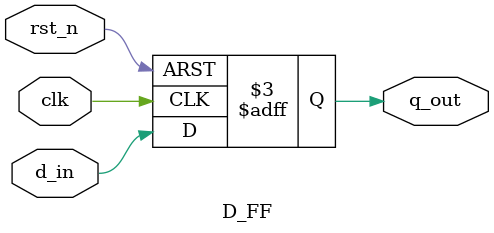
<source format=v>
module D_FF (
 input wire clk,      // Clock input
   input wire rst_n,    // Asynchronous active-low reset
   input wire d_in,     // Data input
   output reg q_out     // Data output
);

   always @(posedge clk or negedge rst_n) begin
       if (!rst_n) begin // Asynchronous reset (active-low)
           q_out <= 1'b0;
       end else begin    // Synchronous data update on positive clock edge
           q_out <= d_in;
       end
   end

endmodule

</source>
